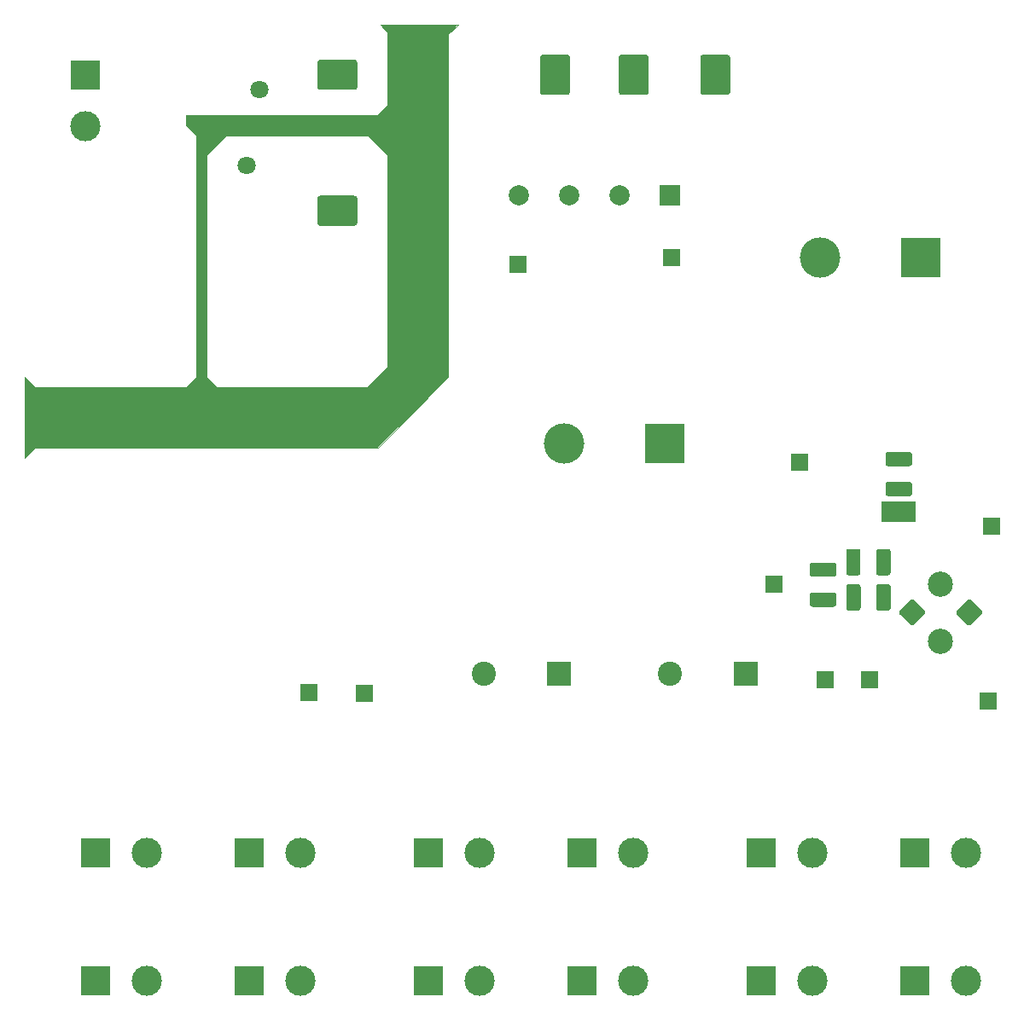
<source format=gbs>
%TF.GenerationSoftware,KiCad,Pcbnew,(5.1.6)-1*%
%TF.CreationDate,2021-04-18T17:59:39-07:00*%
%TF.ProjectId,pwr_supply,7077725f-7375-4707-906c-792e6b696361,rev?*%
%TF.SameCoordinates,Original*%
%TF.FileFunction,Soldermask,Bot*%
%TF.FilePolarity,Negative*%
%FSLAX46Y46*%
G04 Gerber Fmt 4.6, Leading zero omitted, Abs format (unit mm)*
G04 Created by KiCad (PCBNEW (5.1.6)-1) date 2021-04-18 17:59:39*
%MOMM*%
%LPD*%
G01*
G04 APERTURE LIST*
%ADD10C,0.100000*%
%ADD11R,4.000000X4.000000*%
%ADD12C,4.000000*%
%ADD13R,2.400000X2.400000*%
%ADD14C,2.400000*%
%ADD15C,2.000000*%
%ADD16R,2.000000X2.000000*%
%ADD17R,3.350000X2.000000*%
%ADD18R,3.000000X3.000000*%
%ADD19C,3.000000*%
%ADD20C,2.500000*%
%ADD21C,1.800000*%
%ADD22R,1.700000X1.700000*%
G04 APERTURE END LIST*
D10*
G36*
X42000000Y99000000D02*
G01*
X42000000Y65000000D01*
X35000000Y58000000D01*
X1000000Y58000000D01*
X0Y57000000D01*
X0Y65000000D01*
X1000000Y64000000D01*
X34000000Y64000000D01*
X36000000Y66000000D01*
X36000000Y99250000D01*
X35250000Y100000000D01*
X43000000Y100000000D01*
X42000000Y99000000D01*
G37*
X42000000Y99000000D02*
X42000000Y65000000D01*
X35000000Y58000000D01*
X1000000Y58000000D01*
X0Y57000000D01*
X0Y65000000D01*
X1000000Y64000000D01*
X34000000Y64000000D01*
X36000000Y66000000D01*
X36000000Y99250000D01*
X35250000Y100000000D01*
X43000000Y100000000D01*
X42000000Y99000000D01*
G36*
X36000000Y87000000D02*
G01*
X34000000Y89000000D01*
X20000000Y89000000D01*
X18000000Y87000000D01*
X18000000Y65000000D01*
X19000000Y64000000D01*
X16000000Y64000000D01*
X17000000Y65000000D01*
X17000000Y89000000D01*
X16000000Y90000000D01*
X16000000Y91000000D01*
X35000000Y91000000D01*
X36000000Y92000000D01*
X36000000Y87000000D01*
G37*
X36000000Y87000000D02*
X34000000Y89000000D01*
X20000000Y89000000D01*
X18000000Y87000000D01*
X18000000Y65000000D01*
X19000000Y64000000D01*
X16000000Y64000000D01*
X17000000Y65000000D01*
X17000000Y89000000D01*
X16000000Y90000000D01*
X16000000Y91000000D01*
X35000000Y91000000D01*
X36000000Y92000000D01*
X36000000Y87000000D01*
D11*
%TO.C,C1*%
X88900000Y76835000D03*
D12*
X78900000Y76835000D03*
%TD*%
%TO.C,C2*%
G36*
G01*
X87775000Y56145000D02*
X85625000Y56145000D01*
G75*
G02*
X85375000Y56395000I0J250000D01*
G01*
X85375000Y57320000D01*
G75*
G02*
X85625000Y57570000I250000J0D01*
G01*
X87775000Y57570000D01*
G75*
G02*
X88025000Y57320000I0J-250000D01*
G01*
X88025000Y56395000D01*
G75*
G02*
X87775000Y56145000I-250000J0D01*
G01*
G37*
G36*
G01*
X87775000Y53170000D02*
X85625000Y53170000D01*
G75*
G02*
X85375000Y53420000I0J250000D01*
G01*
X85375000Y54345000D01*
G75*
G02*
X85625000Y54595000I250000J0D01*
G01*
X87775000Y54595000D01*
G75*
G02*
X88025000Y54345000I0J-250000D01*
G01*
X88025000Y53420000D01*
G75*
G02*
X87775000Y53170000I-250000J0D01*
G01*
G37*
%TD*%
%TO.C,C3*%
G36*
G01*
X80275000Y42182500D02*
X78125000Y42182500D01*
G75*
G02*
X77875000Y42432500I0J250000D01*
G01*
X77875000Y43357500D01*
G75*
G02*
X78125000Y43607500I250000J0D01*
G01*
X80275000Y43607500D01*
G75*
G02*
X80525000Y43357500I0J-250000D01*
G01*
X80525000Y42432500D01*
G75*
G02*
X80275000Y42182500I-250000J0D01*
G01*
G37*
G36*
G01*
X80275000Y45157500D02*
X78125000Y45157500D01*
G75*
G02*
X77875000Y45407500I0J250000D01*
G01*
X77875000Y46332500D01*
G75*
G02*
X78125000Y46582500I250000J0D01*
G01*
X80275000Y46582500D01*
G75*
G02*
X80525000Y46332500I0J-250000D01*
G01*
X80525000Y45407500D01*
G75*
G02*
X80275000Y45157500I-250000J0D01*
G01*
G37*
%TD*%
%TO.C,C5*%
G36*
G01*
X82912500Y47695000D02*
X82912500Y45545000D01*
G75*
G02*
X82662500Y45295000I-250000J0D01*
G01*
X81737500Y45295000D01*
G75*
G02*
X81487500Y45545000I0J250000D01*
G01*
X81487500Y47695000D01*
G75*
G02*
X81737500Y47945000I250000J0D01*
G01*
X82662500Y47945000D01*
G75*
G02*
X82912500Y47695000I0J-250000D01*
G01*
G37*
G36*
G01*
X85887500Y47695000D02*
X85887500Y45545000D01*
G75*
G02*
X85637500Y45295000I-250000J0D01*
G01*
X84712500Y45295000D01*
G75*
G02*
X84462500Y45545000I0J250000D01*
G01*
X84462500Y47695000D01*
G75*
G02*
X84712500Y47945000I250000J0D01*
G01*
X85637500Y47945000D01*
G75*
G02*
X85887500Y47695000I0J-250000D01*
G01*
G37*
%TD*%
D13*
%TO.C,C7*%
X71500000Y35500000D03*
D14*
X64000000Y35500000D03*
%TD*%
D15*
%TO.C,D1*%
X49000000Y83000000D03*
X54000000Y83000000D03*
X59000000Y83000000D03*
D16*
X64000000Y83000000D03*
%TD*%
D17*
%TO.C,IC1*%
X86700000Y51620000D03*
%TD*%
D18*
%TO.C,J1*%
X6000000Y95000000D03*
D19*
X6000000Y89920000D03*
%TD*%
%TO.C,J2*%
X93345000Y5080000D03*
D18*
X88265000Y5080000D03*
%TD*%
%TO.C,J3*%
X22225000Y17780000D03*
D19*
X27305000Y17780000D03*
%TD*%
%TO.C,J4*%
X45085000Y17780000D03*
D18*
X40005000Y17780000D03*
%TD*%
%TO.C,J5*%
X88265000Y17780000D03*
D19*
X93345000Y17780000D03*
%TD*%
%TO.C,J6*%
X27305000Y5080000D03*
D18*
X22225000Y5080000D03*
%TD*%
%TO.C,J7*%
X55245000Y5080000D03*
D19*
X60325000Y5080000D03*
%TD*%
D18*
%TO.C,J8*%
X73025000Y5080000D03*
D19*
X78105000Y5080000D03*
%TD*%
%TO.C,J9*%
X12065000Y5080000D03*
D18*
X6985000Y5080000D03*
%TD*%
%TO.C,J10*%
X55245000Y17780000D03*
D19*
X60325000Y17780000D03*
%TD*%
%TO.C,J11*%
X78105000Y17780000D03*
D18*
X73025000Y17780000D03*
%TD*%
%TO.C,J12*%
X6985000Y17780000D03*
D19*
X12065000Y17780000D03*
%TD*%
%TO.C,J13*%
X45085000Y5080000D03*
D18*
X40005000Y5080000D03*
%TD*%
D20*
%TO.C,L1*%
X90871573Y38791573D03*
X90871573Y44448427D03*
G36*
G01*
X88184567Y42892792D02*
X89315938Y41761421D01*
G75*
G02*
X89315938Y41478579I-141421J-141421D01*
G01*
X88184567Y40347208D01*
G75*
G02*
X87901725Y40347208I-141421J141421D01*
G01*
X86770354Y41478579D01*
G75*
G02*
X86770354Y41761421I141421J141421D01*
G01*
X87901725Y42892792D01*
G75*
G02*
X88184567Y42892792I141421J-141421D01*
G01*
G37*
G36*
G01*
X93841421Y42892792D02*
X94972792Y41761421D01*
G75*
G02*
X94972792Y41478579I-141421J-141421D01*
G01*
X93841421Y40347208D01*
G75*
G02*
X93558579Y40347208I-141421J141421D01*
G01*
X92427208Y41478579D01*
G75*
G02*
X92427208Y41761421I141421J141421D01*
G01*
X93558579Y42892792D01*
G75*
G02*
X93841421Y42892792I141421J-141421D01*
G01*
G37*
%TD*%
%TO.C,R2*%
G36*
G01*
X82925000Y44195000D02*
X82925000Y42045000D01*
G75*
G02*
X82675000Y41795000I-250000J0D01*
G01*
X81750000Y41795000D01*
G75*
G02*
X81500000Y42045000I0J250000D01*
G01*
X81500000Y44195000D01*
G75*
G02*
X81750000Y44445000I250000J0D01*
G01*
X82675000Y44445000D01*
G75*
G02*
X82925000Y44195000I0J-250000D01*
G01*
G37*
G36*
G01*
X85900000Y44195000D02*
X85900000Y42045000D01*
G75*
G02*
X85650000Y41795000I-250000J0D01*
G01*
X84725000Y41795000D01*
G75*
G02*
X84475000Y42045000I0J250000D01*
G01*
X84475000Y44195000D01*
G75*
G02*
X84725000Y44445000I250000J0D01*
G01*
X85650000Y44445000D01*
G75*
G02*
X85900000Y44195000I0J-250000D01*
G01*
G37*
%TD*%
D21*
%TO.C,RV1*%
X22000000Y86000000D03*
X23300000Y93500000D03*
%TD*%
D11*
%TO.C,C8*%
X63500000Y58420000D03*
D12*
X53500000Y58420000D03*
%TD*%
D13*
%TO.C,C10*%
X53000000Y35500000D03*
D14*
X45500000Y35500000D03*
%TD*%
D22*
%TO.C,TP1*%
X64135000Y76835000D03*
%TD*%
%TO.C,TP3*%
X48895000Y76200000D03*
%TD*%
%TO.C,TP4*%
X76835000Y56515000D03*
%TD*%
%TO.C,TP5*%
X79375000Y34925000D03*
%TD*%
%TO.C,TP7*%
X95885000Y50165000D03*
%TD*%
%TO.C,TP8*%
X74295000Y44450000D03*
%TD*%
%TO.C,TP9*%
X83820000Y34925000D03*
%TD*%
%TO.C,T1*%
G36*
G01*
X32700000Y80000000D02*
X29300000Y80000000D01*
G75*
G02*
X29000000Y80300000I0J300000D01*
G01*
X29000000Y82700000D01*
G75*
G02*
X29300000Y83000000I300000J0D01*
G01*
X32700000Y83000000D01*
G75*
G02*
X33000000Y82700000I0J-300000D01*
G01*
X33000000Y80300000D01*
G75*
G02*
X32700000Y80000000I-300000J0D01*
G01*
G37*
G36*
G01*
X32700000Y93500000D02*
X29300000Y93500000D01*
G75*
G02*
X29000000Y93800000I0J300000D01*
G01*
X29000000Y96200000D01*
G75*
G02*
X29300000Y96500000I300000J0D01*
G01*
X32700000Y96500000D01*
G75*
G02*
X33000000Y96200000I0J-300000D01*
G01*
X33000000Y93800000D01*
G75*
G02*
X32700000Y93500000I-300000J0D01*
G01*
G37*
G36*
G01*
X51100000Y93300000D02*
X51100000Y96700000D01*
G75*
G02*
X51400000Y97000000I300000J0D01*
G01*
X53800000Y97000000D01*
G75*
G02*
X54100000Y96700000I0J-300000D01*
G01*
X54100000Y93300000D01*
G75*
G02*
X53800000Y93000000I-300000J0D01*
G01*
X51400000Y93000000D01*
G75*
G02*
X51100000Y93300000I0J300000D01*
G01*
G37*
G36*
G01*
X67000000Y93300000D02*
X67000000Y96700000D01*
G75*
G02*
X67300000Y97000000I300000J0D01*
G01*
X69700000Y97000000D01*
G75*
G02*
X70000000Y96700000I0J-300000D01*
G01*
X70000000Y93300000D01*
G75*
G02*
X69700000Y93000000I-300000J0D01*
G01*
X67300000Y93000000D01*
G75*
G02*
X67000000Y93300000I0J300000D01*
G01*
G37*
G36*
G01*
X58900000Y93300000D02*
X58900000Y96700000D01*
G75*
G02*
X59200000Y97000000I300000J0D01*
G01*
X61600000Y97000000D01*
G75*
G02*
X61900000Y96700000I0J-300000D01*
G01*
X61900000Y93300000D01*
G75*
G02*
X61600000Y93000000I-300000J0D01*
G01*
X59200000Y93000000D01*
G75*
G02*
X58900000Y93300000I0J300000D01*
G01*
G37*
%TD*%
%TO.C,TP2*%
X28200000Y33700000D03*
%TD*%
%TO.C,TP6*%
X33700000Y33600000D03*
%TD*%
%TO.C,TP10*%
X95600000Y32800000D03*
%TD*%
M02*

</source>
